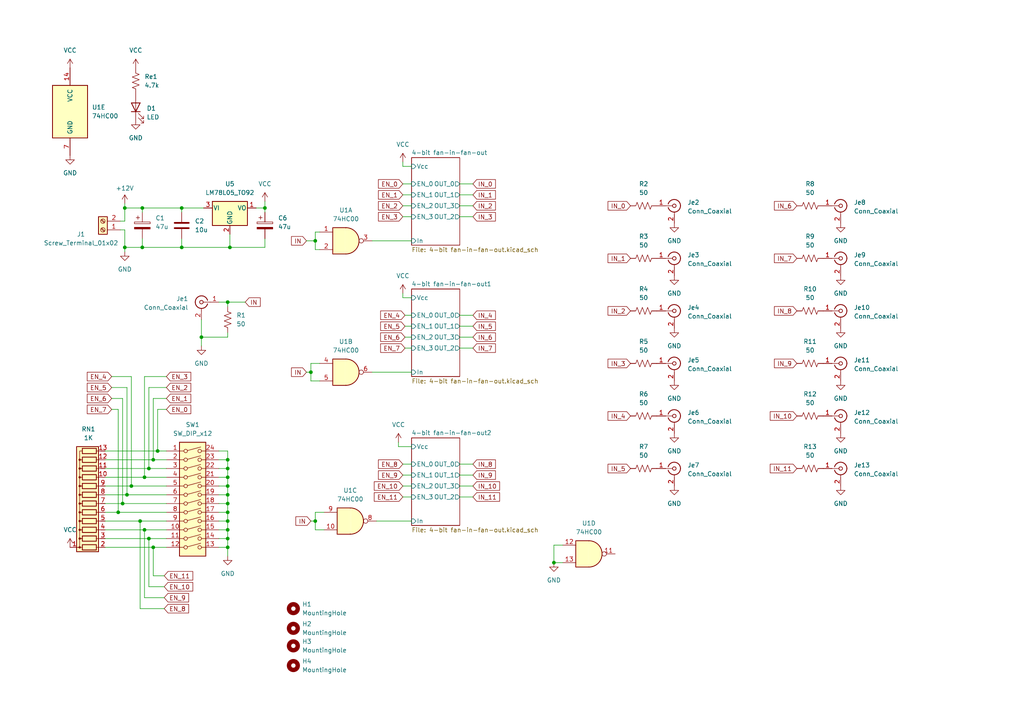
<source format=kicad_sch>
(kicad_sch (version 20230121) (generator eeschema)
  (paper "A4")
  (title_block (title "PICO500 Muon Veto LED driver Fan-in-fan-out") (date "2024-02-07") (rev "1") (company "Queen's University") (comment 1 "Author: Hector Hawley Herrera"))
  (lib_symbols
    (symbol "74xx:74HC00" (pin_names (offset 1.016))
      (property "Reference" "U" (at 0 1.27 0))
      (property "Value" "74HC00" (at 0 -1.27 0))
      (symbol "74HC00_1_1"
        (pin input line (at -7.62 2.54 0) (length 3.81) (name "~") (number "1"))
        (pin input line (at -7.62 -2.54 0) (length 3.81) (name "~") (number "2"))
        (pin output inverted (at 7.62 0 180) (length 3.81) (name "~") (number "3"))
      )
      (symbol "74HC00_1_2"
        (pin input inverted (at -7.62 2.54 0) (length 4.318) (name "~") (number "1"))
        (pin input inverted (at -7.62 -2.54 0) (length 4.318) (name "~") (number "2"))
        (pin output line (at 7.62 0 180) (length 3.81) (name "~") (number "3"))
      )
      (symbol "74HC00_2_1"
        (pin input line (at -7.62 2.54 0) (length 3.81) (name "~") (number "4"))
        (pin input line (at -7.62 -2.54 0) (length 3.81) (name "~") (number "5"))
        (pin output inverted (at 7.62 0 180) (length 3.81) (name "~") (number "6"))
      )
      (symbol "74HC00_2_2"
        (pin input inverted (at -7.62 2.54 0) (length 4.318) (name "~") (number "4"))
        (pin input inverted (at -7.62 -2.54 0) (length 4.318) (name "~") (number "5"))
        (pin output line (at 7.62 0 180) (length 3.81) (name "~") (number "6"))
      )
      (symbol "74HC00_3_1"
        (pin input line (at -7.62 -2.54 0) (length 3.81) (name "~") (number "10"))
        (pin output inverted (at 7.62 0 180) (length 3.81) (name "~") (number "8"))
        (pin input line (at -7.62 2.54 0) (length 3.81) (name "~") (number "9"))
      )
      (symbol "74HC00_3_2"
        (pin input inverted (at -7.62 -2.54 0) (length 4.318) (name "~") (number "10"))
        (pin output line (at 7.62 0 180) (length 3.81) (name "~") (number "8"))
        (pin input inverted (at -7.62 2.54 0) (length 4.318) (name "~") (number "9"))
      )
      (symbol "74HC00_4_1"
        (pin output inverted (at 7.62 0 180) (length 3.81) (name "~") (number "11"))
        (pin input line (at -7.62 2.54 0) (length 3.81) (name "~") (number "12"))
        (pin input line (at -7.62 -2.54 0) (length 3.81) (name "~") (number "13"))
      )
      (symbol "74HC00_4_2"
        (pin output line (at 7.62 0 180) (length 3.81) (name "~") (number "11"))
        (pin input inverted (at -7.62 2.54 0) (length 4.318) (name "~") (number "12"))
        (pin input inverted (at -7.62 -2.54 0) (length 4.318) (name "~") (number "13"))
      )
      (symbol "74HC00_5_0"
        (pin power_in line (at 0 12.7 270) (length 5.08) (name "VCC") (number "14"))
        (pin power_in line (at 0 -12.7 90) (length 5.08) (name "GND") (number "7"))
      )
    )
    (symbol "Connector:Conn_Coaxial" (pin_names (offset 1.016) hide)
      (property "Reference" "J" (at 0.254 3.048 0))
      (property "Value" "Conn_Coaxial" (at 2.921 0 90))
      (symbol "Conn_Coaxial_1_1"
        (pin passive line (at -5.08 0 0) (length 2.54) (name "In") (number "1"))
        (pin passive line (at 0 -5.08 90) (length 2.54) (name "Ext") (number "2"))
      )
    )
    (symbol "Connector:Screw_Terminal_01x02" (pin_names (offset 1.016) hide)
      (property "Reference" "J" (at 0 2.54 0))
      (property "Value" "Screw_Terminal_01x02" (at 0 -5.08 0))
      (symbol "Screw_Terminal_01x02_1_1"
        (pin passive line (at -5.08 0 0) (length 3.81) (name "Pin_1") (number "1"))
        (pin passive line (at -5.08 -2.54 0) (length 3.81) (name "Pin_2") (number "2"))
      )
    )
    (symbol "Device:C" (pin_numbers hide) (pin_names (offset 0.254))
      (property "Reference" "C" (at 0.635 2.54 0))
      (property "Value" "C" (at 0.635 -2.54 0))
      (symbol "C_1_1"
        (pin passive line (at 0 3.81 270) (length 2.794) (name "~") (number "1"))
        (pin passive line (at 0 -3.81 90) (length 2.794) (name "~") (number "2"))
      )
    )
    (symbol "Device:C_Polarized" (pin_numbers hide) (pin_names (offset 0.254))
      (property "Reference" "C" (at 0.635 2.54 0))
      (property "Value" "C_Polarized" (at 0.635 -2.54 0))
      (symbol "C_Polarized_1_1"
        (pin passive line (at 0 3.81 270) (length 2.794) (name "~") (number "1"))
        (pin passive line (at 0 -3.81 90) (length 2.794) (name "~") (number "2"))
      )
    )
    (symbol "Device:LED" (pin_numbers hide) (pin_names (offset 1.016) hide)
      (property "Reference" "D" (at 0 2.54 0))
      (property "Value" "LED" (at 0 -2.54 0))
      (symbol "LED_1_1"
        (pin passive line (at -3.81 0 0) (length 2.54) (name "K") (number "1"))
        (pin passive line (at 3.81 0 180) (length 2.54) (name "A") (number "2"))
      )
    )
    (symbol "Device:R_Network12" (pin_names (offset 0) hide)
      (property "Reference" "RN" (at -17.78 0 90))
      (property "Value" "R_Network12" (at 15.24 0 90))
      (symbol "R_Network12_1_1"
        (pin passive line (at -15.24 5.08 270) (length 2.54) (name "common") (number "1"))
        (pin passive line (at 5.08 -5.08 90) (length 1.27) (name "R9") (number "10"))
        (pin passive line (at 7.62 -5.08 90) (length 1.27) (name "R10") (number "11"))
        (pin passive line (at 10.16 -5.08 90) (length 1.27) (name "R11") (number "12"))
        (pin passive line (at 12.7 -5.08 90) (length 1.27) (name "R12") (number "13"))
        (pin passive line (at -15.24 -5.08 90) (length 1.27) (name "R1") (number "2"))
        (pin passive line (at -12.7 -5.08 90) (length 1.27) (name "R2") (number "3"))
        (pin passive line (at -10.16 -5.08 90) (length 1.27) (name "R3") (number "4"))
        (pin passive line (at -7.62 -5.08 90) (length 1.27) (name "R4") (number "5"))
        (pin passive line (at -5.08 -5.08 90) (length 1.27) (name "R5") (number "6"))
        (pin passive line (at -2.54 -5.08 90) (length 1.27) (name "R6") (number "7"))
        (pin passive line (at 0 -5.08 90) (length 1.27) (name "R7") (number "8"))
        (pin passive line (at 2.54 -5.08 90) (length 1.27) (name "R8") (number "9"))
      )
    )
    (symbol "Device:R_US" (pin_numbers hide) (pin_names (offset 0))
      (property "Reference" "R" (at 2.54 0 90))
      (property "Value" "R_US" (at -2.54 0 90))
      (symbol "R_US_1_1"
        (pin passive line (at 0 3.81 270) (length 1.27) (name "~") (number "1"))
        (pin passive line (at 0 -3.81 90) (length 1.27) (name "~") (number "2"))
      )
    )
    (symbol "Mechanical:MountingHole" (pin_names (offset 1.016))
      (property "Reference" "H" (at 0 5.08 0))
      (property "Value" "MountingHole" (at 0 3.175 0))
    )
    (symbol "Regulator_Linear:LM78L05_TO92" (pin_names (offset 0.254))
      (property "Reference" "U" (at -3.81 3.175 0))
      (property "Value" "LM78L05_TO92" (at 0 3.175 0))
      (symbol "LM78L05_TO92_1_1"
        (pin power_out line (at 7.62 0 180) (length 2.54) (name "VO") (number "1"))
        (pin power_in line (at 0 -7.62 90) (length 2.54) (name "GND") (number "2"))
        (pin power_in line (at -7.62 0 0) (length 2.54) (name "VI") (number "3"))
      )
    )
    (symbol "Switch:SW_DIP_x12" (pin_names (offset 0) hide)
      (property "Reference" "SW" (at 0 19.05 0))
      (property "Value" "SW_DIP_x12" (at 0 -16.51 0))
      (symbol "SW_DIP_x12_1_1"
        (pin passive line (at -7.62 15.24 0) (length 5.08) (name "~") (number "1"))
        (pin passive line (at -7.62 -7.62 0) (length 5.08) (name "~") (number "10"))
        (pin passive line (at -7.62 -10.16 0) (length 5.08) (name "~") (number "11"))
        (pin passive line (at -7.62 -12.7 0) (length 5.08) (name "~") (number "12"))
        (pin passive line (at 7.62 -12.7 180) (length 5.08) (name "~") (number "13"))
        (pin passive line (at 7.62 -10.16 180) (length 5.08) (name "~") (number "14"))
        (pin passive line (at 7.62 -7.62 180) (length 5.08) (name "~") (number "15"))
        (pin passive line (at 7.62 -5.08 180) (length 5.08) (name "~") (number "16"))
        (pin passive line (at 7.62 -2.54 180) (length 5.08) (name "~") (number "17"))
        (pin passive line (at 7.62 0 180) (length 5.08) (name "~") (number "18"))
        (pin passive line (at 7.62 2.54 180) (length 5.08) (name "~") (number "19"))
        (pin passive line (at -7.62 12.7 0) (length 5.08) (name "~") (number "2"))
        (pin passive line (at 7.62 5.08 180) (length 5.08) (name "~") (number "20"))
        (pin passive line (at 7.62 7.62 180) (length 5.08) (name "~") (number "21"))
        (pin passive line (at 7.62 10.16 180) (length 5.08) (name "~") (number "22"))
        (pin passive line (at 7.62 12.7 180) (length 5.08) (name "~") (number "23"))
        (pin passive line (at 7.62 15.24 180) (length 5.08) (name "~") (number "24"))
        (pin passive line (at -7.62 10.16 0) (length 5.08) (name "~") (number "3"))
        (pin passive line (at -7.62 7.62 0) (length 5.08) (name "~") (number "4"))
        (pin passive line (at -7.62 5.08 0) (length 5.08) (name "~") (number "5"))
        (pin passive line (at -7.62 2.54 0) (length 5.08) (name "~") (number "6"))
        (pin passive line (at -7.62 0 0) (length 5.08) (name "~") (number "7"))
        (pin passive line (at -7.62 -2.54 0) (length 5.08) (name "~") (number "8"))
        (pin passive line (at -7.62 -5.08 0) (length 5.08) (name "~") (number "9"))
      )
    )
    (symbol "power:+12V" (power) (pin_names (offset 0))
      (property "Value" "+12V" (at 0 3.556 0))
      (symbol "+12V_1_1"
        (pin power_in line (at 0 0 90) (length 0) hide (name "+12V") (number "1"))
      )
    )
    (symbol "power:GND" (power) (pin_names (offset 0))
      (property "Value" "GND" (at 0 -3.81 0))
      (symbol "GND_1_1"
        (pin power_in line (at 0 0 270) (length 0) hide (name "GND") (number "1"))
      )
    )
    (symbol "power:VCC" (power) (pin_names (offset 0))
      (property "Value" "VCC" (at 0 3.81 0))
      (symbol "VCC_1_1"
        (pin power_in line (at 0 0 90) (length 0) hide (name "VCC") (number "1"))
      )
    )
  )
  (junction (at 41.91 153.67))
  (junction (at 66.04 87.63))
  (junction (at 90.17 107.95))
  (junction (at 36.83 143.51))
  (junction (at 35.56 146.05))
  (junction (at 66.675 71.755))
  (junction (at 52.705 71.755))
  (junction (at 41.275 60.325))
  (junction (at 41.91 138.43))
  (junction (at 40.64 151.13))
  (junction (at 66.04 158.75))
  (junction (at 66.04 138.43))
  (junction (at 36.195 60.325))
  (junction (at 66.04 151.13))
  (junction (at 66.04 135.89))
  (junction (at 43.18 156.21))
  (junction (at 45.72 130.81))
  (junction (at 41.275 71.755))
  (junction (at 66.04 153.67))
  (junction (at 43.18 135.89))
  (junction (at 34.29 148.59))
  (junction (at 36.195 71.755))
  (junction (at 66.04 143.51))
  (junction (at 160.655 163.195))
  (junction (at 76.835 60.325))
  (junction (at 38.1 140.97))
  (junction (at 91.44 151.13))
  (junction (at 66.04 133.35))
  (junction (at 66.04 146.05))
  (junction (at 52.705 60.325))
  (junction (at 66.04 148.59))
  (junction (at 44.45 158.75))
  (junction (at 91.44 69.85))
  (junction (at 44.45 133.35))
  (junction (at 66.04 156.21))
  (junction (at 58.42 97.79))
  (junction (at 66.04 140.97))
  (wire (pts (xy 30.48 130.81) (xy 45.72 130.81)))
  (wire (pts (xy 91.44 148.59) (xy 91.44 151.13)))
  (wire (pts (xy 38.1 109.22) (xy 38.1 140.97)))
  (wire (pts (xy 30.48 156.21) (xy 43.18 156.21)))
  (wire (pts (xy 93.98 153.67) (xy 91.44 153.67)))
  (wire (pts (xy 66.04 148.59) (xy 66.04 146.05)))
  (wire (pts (xy 66.675 71.755) (xy 76.835 71.755)))
  (wire (pts (xy 116.84 137.795) (xy 119.38 137.795)))
  (wire (pts (xy 58.42 92.71) (xy 58.42 97.79)))
  (wire (pts (xy 44.45 158.75) (xy 48.26 158.75)))
  (wire (pts (xy 36.83 112.395) (xy 36.83 143.51)))
  (wire (pts (xy 47.625 170.18) (xy 43.18 170.18)))
  (wire (pts (xy 66.04 140.97) (xy 66.04 138.43)))
  (wire (pts (xy 63.5 148.59) (xy 66.04 148.59)))
  (wire (pts (xy 63.5 130.81) (xy 66.04 130.81)))
  (wire (pts (xy 88.9 69.85) (xy 91.44 69.85)))
  (wire (pts (xy 116.84 59.69) (xy 119.38 59.69)))
  (wire (pts (xy 41.275 71.755) (xy 52.705 71.755)))
  (wire (pts (xy 133.35 56.515) (xy 137.16 56.515)))
  (wire (pts (xy 30.48 146.05) (xy 35.56 146.05)))
  (wire (pts (xy 66.04 135.89) (xy 66.04 133.35)))
  (wire (pts (xy 30.48 148.59) (xy 34.29 148.59)))
  (wire (pts (xy 76.835 69.215) (xy 76.835 71.755)))
  (wire (pts (xy 66.04 138.43) (xy 66.04 135.89)))
  (wire (pts (xy 48.26 146.05) (xy 35.56 146.05)))
  (wire (pts (xy 63.5 156.21) (xy 66.04 156.21)))
  (wire (pts (xy 63.5 158.75) (xy 66.04 158.75)))
  (wire (pts (xy 76.835 60.325) (xy 76.835 61.595)))
  (wire (pts (xy 63.5 151.13) (xy 66.04 151.13)))
  (wire (pts (xy 30.48 133.35) (xy 44.45 133.35)))
  (wire (pts (xy 90.17 151.13) (xy 91.44 151.13)))
  (wire (pts (xy 44.45 158.75) (xy 44.45 167.005)))
  (wire (pts (xy 115.57 129.54) (xy 119.38 129.54)))
  (wire (pts (xy 32.385 118.745) (xy 34.29 118.745)))
  (wire (pts (xy 41.275 60.325) (xy 36.195 60.325)))
  (wire (pts (xy 116.84 144.145) (xy 119.38 144.145)))
  (wire (pts (xy 116.84 62.865) (xy 119.38 62.865)))
  (wire (pts (xy 91.44 69.85) (xy 91.44 67.31)))
  (wire (pts (xy 44.45 115.57) (xy 48.26 115.57)))
  (wire (pts (xy 41.91 109.22) (xy 48.26 109.22)))
  (wire (pts (xy 91.44 72.39) (xy 91.44 69.85)))
  (wire (pts (xy 133.35 97.79) (xy 137.16 97.79)))
  (wire (pts (xy 63.5 135.89) (xy 66.04 135.89)))
  (wire (pts (xy 133.35 140.97) (xy 137.16 140.97)))
  (wire (pts (xy 63.5 140.97) (xy 66.04 140.97)))
  (wire (pts (xy 30.48 158.75) (xy 44.45 158.75)))
  (wire (pts (xy 90.17 105.41) (xy 92.71 105.41)))
  (wire (pts (xy 92.71 110.49) (xy 90.17 110.49)))
  (wire (pts (xy 91.44 151.13) (xy 91.44 153.67)))
  (wire (pts (xy 117.475 97.79) (xy 119.38 97.79)))
  (wire (pts (xy 66.04 151.13) (xy 66.04 148.59)))
  (wire (pts (xy 41.91 153.67) (xy 48.26 153.67)))
  (wire (pts (xy 44.45 115.57) (xy 44.45 133.35)))
  (wire (pts (xy 66.04 146.05) (xy 66.04 143.51)))
  (wire (pts (xy 66.04 133.35) (xy 66.04 130.81)))
  (wire (pts (xy 109.22 151.13) (xy 119.38 151.13)))
  (wire (pts (xy 66.04 87.63) (xy 71.12 87.63)))
  (wire (pts (xy 38.1 140.97) (xy 48.26 140.97)))
  (wire (pts (xy 66.04 161.29) (xy 66.04 158.75)))
  (wire (pts (xy 117.475 91.44) (xy 119.38 91.44)))
  (wire (pts (xy 52.705 60.325) (xy 59.055 60.325)))
  (wire (pts (xy 36.195 59.055) (xy 36.195 60.325)))
  (wire (pts (xy 66.04 158.75) (xy 66.04 156.21)))
  (wire (pts (xy 36.195 71.755) (xy 36.195 73.025)))
  (wire (pts (xy 115.57 128.27) (xy 115.57 129.54)))
  (wire (pts (xy 44.45 133.35) (xy 48.26 133.35)))
  (wire (pts (xy 45.72 130.81) (xy 48.26 130.81)))
  (wire (pts (xy 36.195 66.675) (xy 36.195 71.755)))
  (wire (pts (xy 116.84 48.26) (xy 116.84 46.99)))
  (wire (pts (xy 41.275 69.215) (xy 41.275 71.755)))
  (wire (pts (xy 48.26 112.395) (xy 43.18 112.395)))
  (wire (pts (xy 41.91 153.67) (xy 41.91 173.355)))
  (wire (pts (xy 41.275 61.595) (xy 41.275 60.325)))
  (wire (pts (xy 36.195 60.325) (xy 36.195 64.135)))
  (wire (pts (xy 34.925 66.675) (xy 36.195 66.675)))
  (wire (pts (xy 34.29 148.59) (xy 48.26 148.59)))
  (wire (pts (xy 32.385 115.57) (xy 35.56 115.57)))
  (wire (pts (xy 30.48 151.13) (xy 40.64 151.13)))
  (wire (pts (xy 41.275 60.325) (xy 52.705 60.325)))
  (wire (pts (xy 88.9 107.95) (xy 90.17 107.95)))
  (wire (pts (xy 43.18 135.89) (xy 48.26 135.89)))
  (wire (pts (xy 133.35 137.795) (xy 137.16 137.795)))
  (wire (pts (xy 30.48 140.97) (xy 38.1 140.97)))
  (wire (pts (xy 91.44 148.59) (xy 93.98 148.59)))
  (wire (pts (xy 163.195 158.115) (xy 160.655 158.115)))
  (wire (pts (xy 40.64 151.13) (xy 48.26 151.13)))
  (wire (pts (xy 32.385 112.395) (xy 36.83 112.395)))
  (wire (pts (xy 63.5 138.43) (xy 66.04 138.43)))
  (wire (pts (xy 76.835 60.325) (xy 74.295 60.325)))
  (wire (pts (xy 30.48 135.89) (xy 43.18 135.89)))
  (wire (pts (xy 116.84 134.62) (xy 119.38 134.62)))
  (wire (pts (xy 30.48 143.51) (xy 36.83 143.51)))
  (wire (pts (xy 47.625 173.355) (xy 41.91 173.355)))
  (wire (pts (xy 91.44 67.31) (xy 92.71 67.31)))
  (wire (pts (xy 36.195 64.135) (xy 34.925 64.135)))
  (wire (pts (xy 58.42 97.79) (xy 66.04 97.79)))
  (wire (pts (xy 32.385 109.22) (xy 38.1 109.22)))
  (wire (pts (xy 116.84 48.26) (xy 119.38 48.26)))
  (wire (pts (xy 34.29 118.745) (xy 34.29 148.59)))
  (wire (pts (xy 116.84 56.515) (xy 119.38 56.515)))
  (wire (pts (xy 107.95 107.95) (xy 119.38 107.95)))
  (wire (pts (xy 48.26 156.21) (xy 43.18 156.21)))
  (wire (pts (xy 66.04 87.63) (xy 66.04 88.9)))
  (wire (pts (xy 133.35 53.34) (xy 137.16 53.34)))
  (wire (pts (xy 116.84 85.09) (xy 116.84 86.36)))
  (wire (pts (xy 41.91 138.43) (xy 48.26 138.43)))
  (wire (pts (xy 133.35 59.69) (xy 137.16 59.69)))
  (wire (pts (xy 41.91 109.22) (xy 41.91 138.43)))
  (wire (pts (xy 45.72 118.745) (xy 45.72 130.81)))
  (wire (pts (xy 45.72 118.745) (xy 48.26 118.745)))
  (wire (pts (xy 133.35 62.865) (xy 137.16 62.865)))
  (wire (pts (xy 66.675 67.945) (xy 66.675 71.755)))
  (wire (pts (xy 116.84 140.97) (xy 119.38 140.97)))
  (wire (pts (xy 160.655 163.195) (xy 163.195 163.195)))
  (wire (pts (xy 160.655 158.115) (xy 160.655 163.195)))
  (wire (pts (xy 133.35 134.62) (xy 137.16 134.62)))
  (wire (pts (xy 107.95 69.85) (xy 119.38 69.85)))
  (wire (pts (xy 52.705 69.215) (xy 52.705 71.755)))
  (wire (pts (xy 63.5 143.51) (xy 66.04 143.51)))
  (wire (pts (xy 44.45 167.005) (xy 47.625 167.005)))
  (wire (pts (xy 63.5 87.63) (xy 66.04 87.63)))
  (wire (pts (xy 63.5 133.35) (xy 66.04 133.35)))
  (wire (pts (xy 66.04 153.67) (xy 66.04 151.13)))
  (wire (pts (xy 133.35 94.615) (xy 137.16 94.615)))
  (wire (pts (xy 116.84 53.34) (xy 119.38 53.34)))
  (wire (pts (xy 52.705 71.755) (xy 66.675 71.755)))
  (wire (pts (xy 133.35 100.965) (xy 137.16 100.965)))
  (wire (pts (xy 116.84 86.36) (xy 119.38 86.36)))
  (wire (pts (xy 66.04 156.21) (xy 66.04 153.67)))
  (wire (pts (xy 63.5 153.67) (xy 66.04 153.67)))
  (wire (pts (xy 41.275 71.755) (xy 36.195 71.755)))
  (wire (pts (xy 92.71 72.39) (xy 91.44 72.39)))
  (wire (pts (xy 133.35 91.44) (xy 137.16 91.44)))
  (wire (pts (xy 90.17 110.49) (xy 90.17 107.95)))
  (wire (pts (xy 90.17 107.95) (xy 90.17 105.41)))
  (wire (pts (xy 30.48 138.43) (xy 41.91 138.43)))
  (wire (pts (xy 76.835 58.42) (xy 76.835 60.325)))
  (wire (pts (xy 117.475 94.615) (xy 119.38 94.615)))
  (wire (pts (xy 43.18 156.21) (xy 43.18 170.18)))
  (wire (pts (xy 43.18 112.395) (xy 43.18 135.89)))
  (wire (pts (xy 66.04 143.51) (xy 66.04 140.97)))
  (wire (pts (xy 35.56 115.57) (xy 35.56 146.05)))
  (wire (pts (xy 48.26 143.51) (xy 36.83 143.51)))
  (wire (pts (xy 52.705 61.595) (xy 52.705 60.325)))
  (wire (pts (xy 63.5 146.05) (xy 66.04 146.05)))
  (wire (pts (xy 40.64 151.13) (xy 40.64 176.53)))
  (wire (pts (xy 133.35 144.145) (xy 137.16 144.145)))
  (wire (pts (xy 30.48 153.67) (xy 41.91 153.67)))
  (wire (pts (xy 66.04 96.52) (xy 66.04 97.79)))
  (wire (pts (xy 117.475 100.965) (xy 119.38 100.965)))
  (wire (pts (xy 47.625 176.53) (xy 40.64 176.53)))
  (wire (pts (xy 58.42 97.79) (xy 58.42 100.33)))
  (global_label "EN_5" (shape input) (at 32.385 112.395 180) (property "Intersheetrefs" "${INTERSHEET_REFS}" (effects hide)))
  (global_label "EN_6" (shape input) (at 32.385 115.57 180) (property "Intersheetrefs" "${INTERSHEET_REFS}" (effects hide)))
  (global_label "EN_7" (shape input) (at 117.475 100.965 180) (property "Intersheetrefs" "${INTERSHEET_REFS}" (effects hide)))
  (global_label "IN_2" (shape input) (at 182.88 90.17 180) (property "Intersheetrefs" "${INTERSHEET_REFS}" (effects hide)))
  (global_label "IN_5" (shape input) (at 182.88 135.89 180) (property "Intersheetrefs" "${INTERSHEET_REFS}" (effects hide)))
  (global_label "IN_4" (shape input) (at 182.88 120.65 180) (property "Intersheetrefs" "${INTERSHEET_REFS}" (effects hide)))
  (global_label "IN" (shape input) (at 90.17 151.13 180) (property "Intersheetrefs" "${INTERSHEET_REFS}" (effects hide)))
  (global_label "IN" (shape input) (at 71.12 87.63 0) (property "Intersheetrefs" "${INTERSHEET_REFS}" (effects hide)))
  (global_label "IN_0" (shape input) (at 182.88 59.69 180) (property "Intersheetrefs" "${INTERSHEET_REFS}" (effects hide)))
  (global_label "IN_9" (shape input) (at 231.14 105.41 180) (property "Intersheetrefs" "${INTERSHEET_REFS}" (effects hide)))
  (global_label "EN_11" (shape input) (at 116.84 144.145 180) (property "Intersheetrefs" "${INTERSHEET_REFS}" (effects hide)))
  (global_label "IN_11" (shape input) (at 231.14 135.89 180) (property "Intersheetrefs" "${INTERSHEET_REFS}" (effects hide)))
  (global_label "IN_7" (shape input) (at 231.14 74.93 180) (property "Intersheetrefs" "${INTERSHEET_REFS}" (effects hide)))
  (global_label "IN_7" (shape input) (at 137.16 100.965 0) (property "Intersheetrefs" "${INTERSHEET_REFS}" (effects hide)))
  (global_label "IN_8" (shape input) (at 137.16 134.62 0) (property "Intersheetrefs" "${INTERSHEET_REFS}" (effects hide)))
  (global_label "EN_6" (shape input) (at 117.475 97.79 180) (property "Intersheetrefs" "${INTERSHEET_REFS}" (effects hide)))
  (global_label "EN_2" (shape input) (at 48.26 112.395 0) (property "Intersheetrefs" "${INTERSHEET_REFS}" (effects hide)))
  (global_label "IN_1" (shape input) (at 137.16 56.515 0) (property "Intersheetrefs" "${INTERSHEET_REFS}" (effects hide)))
  (global_label "IN_6" (shape input) (at 231.14 59.69 180) (property "Intersheetrefs" "${INTERSHEET_REFS}" (effects hide)))
  (global_label "IN_2" (shape input) (at 137.16 59.69 0) (property "Intersheetrefs" "${INTERSHEET_REFS}" (effects hide)))
  (global_label "EN_4" (shape input) (at 117.475 91.44 180) (property "Intersheetrefs" "${INTERSHEET_REFS}" (effects hide)))
  (global_label "IN_10" (shape input) (at 231.14 120.65 180) (property "Intersheetrefs" "${INTERSHEET_REFS}" (effects hide)))
  (global_label "EN_3" (shape input) (at 116.84 62.865 180) (property "Intersheetrefs" "${INTERSHEET_REFS}" (effects hide)))
  (global_label "IN_8" (shape input) (at 231.14 90.17 180) (property "Intersheetrefs" "${INTERSHEET_REFS}" (effects hide)))
  (global_label "IN_3" (shape input) (at 137.16 62.865 0) (property "Intersheetrefs" "${INTERSHEET_REFS}" (effects hide)))
  (global_label "IN" (shape input) (at 88.9 107.95 180) (property "Intersheetrefs" "${INTERSHEET_REFS}" (effects hide)))
  (global_label "EN_3" (shape input) (at 48.26 109.22 0) (property "Intersheetrefs" "${INTERSHEET_REFS}" (effects hide)))
  (global_label "EN_4" (shape input) (at 32.385 109.22 180) (property "Intersheetrefs" "${INTERSHEET_REFS}" (effects hide)))
  (global_label "IN_6" (shape input) (at 137.16 97.79 0) (property "Intersheetrefs" "${INTERSHEET_REFS}" (effects hide)))
  (global_label "EN_0" (shape input) (at 116.84 53.34 180) (property "Intersheetrefs" "${INTERSHEET_REFS}" (effects hide)))
  (global_label "EN_2" (shape input) (at 116.84 59.69 180) (property "Intersheetrefs" "${INTERSHEET_REFS}" (effects hide)))
  (global_label "EN_8" (shape input) (at 47.625 176.53 0) (property "Intersheetrefs" "${INTERSHEET_REFS}" (effects hide)))
  (global_label "EN_0" (shape input) (at 48.26 118.745 0) (property "Intersheetrefs" "${INTERSHEET_REFS}" (effects hide)))
  (global_label "EN_10" (shape input) (at 47.625 170.18 0) (property "Intersheetrefs" "${INTERSHEET_REFS}" (effects hide)))
  (global_label "EN_11" (shape input) (at 47.625 167.005 0) (property "Intersheetrefs" "${INTERSHEET_REFS}" (effects hide)))
  (global_label "EN_5" (shape input) (at 117.475 94.615 180) (property "Intersheetrefs" "${INTERSHEET_REFS}" (effects hide)))
  (global_label "EN_8" (shape input) (at 116.84 134.62 180) (property "Intersheetrefs" "${INTERSHEET_REFS}" (effects hide)))
  (global_label "EN_1" (shape input) (at 116.84 56.515 180) (property "Intersheetrefs" "${INTERSHEET_REFS}" (effects hide)))
  (global_label "IN_10" (shape input) (at 137.16 140.97 0) (property "Intersheetrefs" "${INTERSHEET_REFS}" (effects hide)))
  (global_label "IN_11" (shape input) (at 137.16 144.145 0) (property "Intersheetrefs" "${INTERSHEET_REFS}" (effects hide)))
  (global_label "IN_0" (shape input) (at 137.16 53.34 0) (property "Intersheetrefs" "${INTERSHEET_REFS}" (effects hide)))
  (global_label "IN" (shape input) (at 88.9 69.85 180) (property "Intersheetrefs" "${INTERSHEET_REFS}" (effects hide)))
  (global_label "IN_9" (shape input) (at 137.16 137.795 0) (property "Intersheetrefs" "${INTERSHEET_REFS}" (effects hide)))
  (global_label "IN_3" (shape input) (at 182.88 105.41 180) (property "Intersheetrefs" "${INTERSHEET_REFS}" (effects hide)))
  (global_label "EN_9" (shape input) (at 116.84 137.795 180) (property "Intersheetrefs" "${INTERSHEET_REFS}" (effects hide)))
  (global_label "EN_10" (shape input) (at 116.84 140.97 180) (property "Intersheetrefs" "${INTERSHEET_REFS}" (effects hide)))
  (global_label "EN_7" (shape input) (at 32.385 118.745 180) (property "Intersheetrefs" "${INTERSHEET_REFS}" (effects hide)))
  (global_label "IN_1" (shape input) (at 182.88 74.93 180) (property "Intersheetrefs" "${INTERSHEET_REFS}" (effects hide)))
  (global_label "EN_1" (shape input) (at 48.26 115.57 0) (property "Intersheetrefs" "${INTERSHEET_REFS}" (effects hide)))
  (global_label "EN_9" (shape input) (at 47.625 173.355 0) (property "Intersheetrefs" "${INTERSHEET_REFS}" (effects hide)))
  (global_label "IN_5" (shape input) (at 137.16 94.615 0) (property "Intersheetrefs" "${INTERSHEET_REFS}" (effects hide)))
  (global_label "IN_4" (shape input) (at 137.16 91.44 0) (property "Intersheetrefs" "${INTERSHEET_REFS}" (effects hide)))
  (symbol (lib_id "power:GND") (at 195.58 140.97 0) (unit 1)
    (property "Reference" "#PWR019" (effects hide))
    (property "Value" "GND" (at 195.58 146.05 0))
  )
  (symbol (lib_id "Device:R_US") (at 234.95 120.65 90) (unit 1)
    (property "Reference" "R12" (at 234.95 114.3 90))
    (property "Value" "50" (at 234.95 116.84 90))
    (property "Footprint" "Resistor_SMD:R_1206_3216Metric_Pad1.30x1.75mm_HandSolder" (effects hide))
  )
  (symbol (lib_id "Mechanical:MountingHole") (at 85.09 187.325 0) (unit 1)
    (property "Reference" "H3" (at 87.63 186.055 0) (effects (justify left)))
    (property "Value" "MountingHole" (at 87.63 188.595 0) (effects (justify left)))
    (property "Footprint" "MountingHole:MountingHole_3.2mm_M3_ISO7380" (effects hide))
  )
  (symbol (lib_id "Device:R_US") (at 186.69 59.69 90) (unit 1)
    (property "Reference" "R2" (at 186.69 53.34 90))
    (property "Value" "50" (at 186.69 55.88 90))
    (property "Footprint" "Resistor_SMD:R_1206_3216Metric_Pad1.30x1.75mm_HandSolder" (effects hide))
  )
  (symbol (lib_id "Device:R_US") (at 234.95 90.17 90) (unit 1)
    (property "Reference" "R10" (at 234.95 83.82 90))
    (property "Value" "50" (at 234.95 86.36 90))
    (property "Footprint" "Resistor_SMD:R_1206_3216Metric_Pad1.30x1.75mm_HandSolder" (effects hide))
  )
  (symbol (lib_id "power:GND") (at 66.04 161.29 0) (unit 1)
    (property "Reference" "#PWR07" (effects hide))
    (property "Value" "GND" (at 66.04 166.37 0))
  )
  (symbol (lib_id "Device:R_US") (at 186.69 74.93 90) (unit 1)
    (property "Reference" "R3" (at 186.69 68.58 90))
    (property "Value" "50" (at 186.69 71.12 90))
    (property "Footprint" "Resistor_SMD:R_1206_3216Metric_Pad1.30x1.75mm_HandSolder" (effects hide))
  )
  (symbol (lib_id "Device:C_Polarized") (at 41.275 65.405 0) (unit 1)
    (property "Reference" "C1" (at 45.085 63.246 0) (effects (justify left)))
    (property "Value" "47u" (at 45.085 65.786 0) (effects (justify left)))
    (property "Footprint" "Capacitor_THT:CP_Radial_D10.0mm_P5.00mm" (effects hide))
  )
  (symbol (lib_id "Mechanical:MountingHole") (at 85.09 193.04 0) (unit 1)
    (property "Reference" "H4" (at 87.63 191.77 0) (effects (justify left)))
    (property "Value" "MountingHole" (at 87.63 194.31 0) (effects (justify left)))
    (property "Footprint" "MountingHole:MountingHole_3.2mm_M3_ISO7380" (effects hide))
  )
  (symbol (lib_id "Device:R_US") (at 186.69 135.89 90) (unit 1)
    (property "Reference" "R7" (at 186.69 129.54 90))
    (property "Value" "50" (at 186.69 132.08 90))
    (property "Footprint" "Resistor_SMD:R_1206_3216Metric_Pad1.30x1.75mm_HandSolder" (effects hide))
  )
  (symbol (lib_id "Connector:Conn_Coaxial") (at 195.58 135.89 0) (unit 1)
    (property "Reference" "Je7" (at 199.39 134.9132 0) (effects (justify left)))
    (property "Value" "Conn_Coaxial" (at 199.39 137.4532 0) (effects (justify left)))
    (property "Footprint" "Connector_Coaxial:SMA_Amphenol_901-143_Horizontal" (effects hide))
    (property "Datasheet" " ~" (effects hide))
  )
  (symbol (lib_id "power:GND") (at 36.195 73.025 0) (unit 1)
    (property "Reference" "#PWR05" (effects hide))
    (property "Value" "GND" (at 36.195 78.105 0))
  )
  (symbol (lib_id "power:GND") (at 243.84 95.25 0) (unit 1)
    (property "Reference" "#PWR022" (effects hide))
    (property "Value" "GND" (at 243.84 100.33 0))
  )
  (symbol (lib_id "power:GND") (at 195.58 80.01 0) (unit 1)
    (property "Reference" "#PWR015" (effects hide))
    (property "Value" "GND" (at 195.58 85.09 0))
  )
  (symbol (lib_id "Connector:Conn_Coaxial") (at 243.84 135.89 0) (unit 1)
    (property "Reference" "Je13" (at 247.65 134.9132 0) (effects (justify left)))
    (property "Value" "Conn_Coaxial" (at 247.65 137.4532 0) (effects (justify left)))
    (property "Footprint" "Connector_Coaxial:SMA_Amphenol_901-143_Horizontal" (effects hide))
    (property "Datasheet" " ~" (effects hide))
  )
  (symbol (lib_id "Connector:Conn_Coaxial") (at 195.58 74.93 0) (unit 1)
    (property "Reference" "Je3" (at 199.39 73.9532 0) (effects (justify left)))
    (property "Value" "Conn_Coaxial" (at 199.39 76.4932 0) (effects (justify left)))
    (property "Footprint" "Connector_Coaxial:SMA_Amphenol_901-143_Horizontal" (effects hide))
    (property "Datasheet" " ~" (effects hide))
  )
  (symbol (lib_id "Connector:Conn_Coaxial") (at 243.84 120.65 0) (unit 1)
    (property "Reference" "Je12" (at 247.65 119.6732 0) (effects (justify left)))
    (property "Value" "Conn_Coaxial" (at 247.65 122.2132 0) (effects (justify left)))
    (property "Footprint" "Connector_Coaxial:SMA_Amphenol_901-143_Horizontal" (effects hide))
    (property "Datasheet" " ~" (effects hide))
  )
  (symbol (lib_id "power:+12V") (at 36.195 59.055 0) (unit 1)
    (property "Reference" "#PWR032" (effects hide))
    (property "Value" "+12V" (at 36.195 54.61 0))
  )
  (symbol (lib_id "Device:R_Network12") (at 25.4 143.51 90) (unit 1)
    (property "Reference" "RN1" (at 25.654 124.46 90))
    (property "Value" "1K" (at 25.654 127 90))
    (property "Footprint" "Resistor_THT:R_Array_SIP13" (effects hide))
    (property "Datasheet" "http://www.vishay.com/docs/31509/csc.pdf" (effects hide))
  )
  (symbol (lib_id "Mechanical:MountingHole") (at 85.09 182.245 0) (unit 1)
    (property "Reference" "H2" (at 87.63 180.975 0) (effects (justify left)))
    (property "Value" "MountingHole" (at 87.63 183.515 0) (effects (justify left)))
    (property "Footprint" "MountingHole:MountingHole_3.2mm_M3_ISO7380" (effects hide))
  )
  (symbol (lib_id "power:GND") (at 195.58 110.49 0) (unit 1)
    (property "Reference" "#PWR017" (effects hide))
    (property "Value" "GND" (at 195.58 115.57 0))
  )
  (symbol (lib_id "power:GND") (at 243.84 80.01 0) (unit 1)
    (property "Reference" "#PWR021" (effects hide))
    (property "Value" "GND" (at 243.84 85.09 0))
  )
  (symbol (lib_id "Device:R_US") (at 186.69 90.17 90) (unit 1)
    (property "Reference" "R4" (at 186.69 83.82 90))
    (property "Value" "50" (at 186.69 86.36 90))
    (property "Footprint" "Resistor_SMD:R_1206_3216Metric_Pad1.30x1.75mm_HandSolder" (effects hide))
  )
  (symbol (lib_id "power:GND") (at 20.32 45.085 0) (unit 1)
    (property "Reference" "#PWR03" (effects hide))
    (property "Value" "GND" (at 20.32 50.165 0))
  )
  (symbol (lib_id "Device:R_US") (at 234.95 105.41 90) (unit 1)
    (property "Reference" "R11" (at 234.95 99.06 90))
    (property "Value" "50" (at 234.95 101.6 90))
    (property "Footprint" "Resistor_SMD:R_1206_3216Metric_Pad1.30x1.75mm_HandSolder" (effects hide))
  )
  (symbol (lib_id "power:VCC") (at 116.84 85.09 0) (unit 1)
    (property "Reference" "#PWR012" (effects hide))
    (property "Value" "VCC" (at 116.84 80.01 0))
  )
  (symbol (lib_id "74xx:74HC00") (at 100.33 107.95 0) (unit 2)
    (property "Reference" "U1" (at 100.3217 99.06 0))
    (property "Value" "74HC00" (at 100.3217 101.6 0))
    (property "Footprint" "Package_DIP:DIP-14_W7.62mm_LongPads" (effects hide))
    (property "Datasheet" "http://www.ti.com/lit/gpn/sn74hc00" (effects hide))
  )
  (symbol (lib_id "power:GND") (at 39.37 34.925 0) (unit 1)
    (property "Reference" "#PWR09" (effects hide))
    (property "Value" "GND" (at 39.37 40.005 0))
  )
  (symbol (lib_id "power:GND") (at 243.84 140.97 0) (unit 1)
    (property "Reference" "#PWR025" (effects hide))
    (property "Value" "GND" (at 243.84 146.05 0))
  )
  (symbol (lib_id "power:VCC") (at 76.835 58.42 0) (unit 1)
    (property "Reference" "#PWR04" (effects hide))
    (property "Value" "VCC" (at 76.835 53.34 0))
  )
  (symbol (lib_id "Connector:Conn_Coaxial") (at 243.84 90.17 0) (unit 1)
    (property "Reference" "Je10" (at 247.65 89.1932 0) (effects (justify left)))
    (property "Value" "Conn_Coaxial" (at 247.65 91.7332 0) (effects (justify left)))
    (property "Footprint" "Connector_Coaxial:SMA_Amphenol_901-143_Horizontal" (effects hide))
    (property "Datasheet" " ~" (effects hide))
  )
  (symbol (lib_id "power:GND") (at 243.84 110.49 0) (unit 1)
    (property "Reference" "#PWR023" (effects hide))
    (property "Value" "GND" (at 243.84 115.57 0))
  )
  (symbol (lib_id "Device:R_US") (at 39.37 23.495 180) (unit 1)
    (property "Reference" "Re1" (at 41.91 22.225 0) (effects (justify right)))
    (property "Value" "4.7k" (at 41.91 24.765 0) (effects (justify right)))
    (property "Footprint" "Resistor_SMD:R_1206_3216Metric_Pad1.30x1.75mm_HandSolder" (effects hide))
  )
  (symbol (lib_id "power:VCC") (at 20.32 19.685 0) (unit 1)
    (property "Reference" "#PWR02" (effects hide))
    (property "Value" "VCC" (at 20.32 14.605 0))
  )
  (symbol (lib_id "Device:R_US") (at 234.95 135.89 90) (unit 1)
    (property "Reference" "R13" (at 234.95 129.54 90))
    (property "Value" "50" (at 234.95 132.08 90))
    (property "Footprint" "Resistor_SMD:R_1206_3216Metric_Pad1.30x1.75mm_HandSolder" (effects hide))
  )
  (symbol (lib_id "Mechanical:MountingHole") (at 85.09 176.53 0) (unit 1)
    (property "Reference" "H1" (at 87.63 175.26 0) (effects (justify left)))
    (property "Value" "MountingHole" (at 87.63 177.8 0) (effects (justify left)))
    (property "Footprint" "MountingHole:MountingHole_3.2mm_M3_ISO7380" (effects hide))
  )
  (symbol (lib_id "74xx:74HC00") (at 170.815 160.655 0) (unit 4)
    (property "Reference" "U1" (at 170.8067 151.765 0))
    (property "Value" "74HC00" (at 170.8067 154.305 0))
    (property "Footprint" "Package_DIP:DIP-14_W7.62mm_LongPads" (effects hide))
    (property "Datasheet" "http://www.ti.com/lit/gpn/sn74hc00" (effects hide))
  )
  (symbol (lib_id "Connector:Conn_Coaxial") (at 58.42 87.63 0) (mirror y) (unit 1)
    (property "Reference" "Je1" (at 54.61 86.6532 0) (effects (justify left)))
    (property "Value" "Conn_Coaxial" (at 54.61 89.1932 0) (effects (justify left)))
    (property "Footprint" "Connector_Coaxial:SMA_Amphenol_901-143_Horizontal" (effects hide))
    (property "Datasheet" " ~" (effects hide))
  )
  (symbol (lib_id "power:GND") (at 243.84 64.77 0) (unit 1)
    (property "Reference" "#PWR020" (effects hide))
    (property "Value" "GND" (at 243.84 69.85 0))
  )
  (symbol (lib_id "power:VCC") (at 39.37 19.685 0) (unit 1)
    (property "Reference" "#PWR08" (effects hide))
    (property "Value" "VCC" (at 39.37 14.605 0))
  )
  (symbol (lib_id "Device:R_US") (at 234.95 74.93 90) (unit 1)
    (property "Reference" "R9" (at 234.95 68.58 90))
    (property "Value" "50" (at 234.95 71.12 90))
    (property "Footprint" "Resistor_SMD:R_1206_3216Metric_Pad1.30x1.75mm_HandSolder" (effects hide))
  )
  (symbol (lib_id "power:GND") (at 243.84 125.73 0) (unit 1)
    (property "Reference" "#PWR024" (effects hide))
    (property "Value" "GND" (at 243.84 130.81 0))
  )
  (symbol (lib_id "Switch:SW_DIP_x12") (at 55.88 146.05 0) (unit 1)
    (property "Reference" "SW1" (at 55.88 123.19 0))
    (property "Value" "SW_DIP_x12" (at 55.88 125.73 0))
    (property "Footprint" "Button_Switch_THT:SW_DIP_SPSTx12_Slide_9.78x32.66mm_W7.62mm_P2.54mm" (effects hide))
  )
  (symbol (lib_id "Connector:Conn_Coaxial") (at 195.58 120.65 0) (unit 1)
    (property "Reference" "Je6" (at 199.39 119.6732 0) (effects (justify left)))
    (property "Value" "Conn_Coaxial" (at 199.39 122.2132 0) (effects (justify left)))
    (property "Footprint" "Connector_Coaxial:SMA_Amphenol_901-143_Horizontal" (effects hide))
    (property "Datasheet" " ~" (effects hide))
  )
  (symbol (lib_id "Device:C_Polarized") (at 76.835 65.405 0) (unit 1)
    (property "Reference" "C6" (at 80.645 63.246 0) (effects (justify left)))
    (property "Value" "47u" (at 80.645 65.786 0) (effects (justify left)))
    (property "Footprint" "Capacitor_THT:CP_Radial_D10.0mm_P5.00mm" (effects hide))
  )
  (symbol (lib_id "Connector:Conn_Coaxial") (at 195.58 105.41 0) (unit 1)
    (property "Reference" "Je5" (at 199.39 104.4332 0) (effects (justify left)))
    (property "Value" "Conn_Coaxial" (at 199.39 106.9732 0) (effects (justify left)))
    (property "Footprint" "Connector_Coaxial:SMA_Amphenol_901-143_Horizontal" (effects hide))
    (property "Datasheet" " ~" (effects hide))
  )
  (symbol (lib_id "Device:R_US") (at 186.69 120.65 90) (unit 1)
    (property "Reference" "R6" (at 186.69 114.3 90))
    (property "Value" "50" (at 186.69 116.84 90))
    (property "Footprint" "Resistor_SMD:R_1206_3216Metric_Pad1.30x1.75mm_HandSolder" (effects hide))
  )
  (symbol (lib_id "Device:R_US") (at 66.04 92.71 180) (unit 1)
    (property "Reference" "R1" (at 68.58 91.44 0) (effects (justify right)))
    (property "Value" "50" (at 68.58 93.98 0) (effects (justify right)))
    (property "Footprint" "Resistor_SMD:R_1206_3216Metric_Pad1.30x1.75mm_HandSolder" (effects hide))
  )
  (symbol (lib_id "Device:R_US") (at 186.69 105.41 90) (unit 1)
    (property "Reference" "R5" (at 186.69 99.06 90))
    (property "Value" "50" (at 186.69 101.6 90))
    (property "Footprint" "Resistor_SMD:R_1206_3216Metric_Pad1.30x1.75mm_HandSolder" (effects hide))
  )
  (symbol (lib_id "Connector:Conn_Coaxial") (at 195.58 59.69 0) (unit 1)
    (property "Reference" "Je2" (at 199.39 58.7132 0) (effects (justify left)))
    (property "Value" "Conn_Coaxial" (at 199.39 61.2532 0) (effects (justify left)))
    (property "Footprint" "Connector_Coaxial:SMA_Amphenol_901-143_Horizontal" (effects hide))
    (property "Datasheet" " ~" (effects hide))
  )
  (symbol (lib_id "power:GND") (at 160.655 163.195 0) (unit 1)
    (property "Reference" "#PWR013" (effects hide))
    (property "Value" "GND" (at 160.655 168.275 0))
  )
  (symbol (lib_id "Connector:Conn_Coaxial") (at 195.58 90.17 0) (unit 1)
    (property "Reference" "Je4" (at 199.39 89.1932 0) (effects (justify left)))
    (property "Value" "Conn_Coaxial" (at 199.39 91.7332 0) (effects (justify left)))
    (property "Footprint" "Connector_Coaxial:SMA_Amphenol_901-143_Horizontal" (effects hide))
    (property "Datasheet" " ~" (effects hide))
  )
  (symbol (lib_id "power:VCC") (at 20.32 158.75 0) (unit 1)
    (property "Reference" "#PWR01" (effects hide))
    (property "Value" "VCC" (at 20.32 153.67 0))
  )
  (symbol (lib_id "power:VCC") (at 115.57 128.27 0) (unit 1)
    (property "Reference" "#PWR010" (effects hide))
    (property "Value" "VCC" (at 115.57 123.19 0))
  )
  (symbol (lib_id "Device:LED") (at 39.37 31.115 90) (unit 1)
    (property "Reference" "D1" (at 42.545 31.4325 90) (effects (justify right)))
    (property "Value" "LED" (at 42.545 33.9725 90) (effects (justify right)))
    (property "Footprint" "LED_THT:LED_D5.0mm_IRGrey" (effects hide))
  )
  (symbol (lib_id "power:GND") (at 58.42 100.33 0) (unit 1)
    (property "Reference" "#PWR06" (effects hide))
    (property "Value" "GND" (at 58.42 105.41 0))
  )
  (symbol (lib_id "Regulator_Linear:LM78L05_TO92") (at 66.675 60.325 0) (unit 1)
    (property "Reference" "U5" (at 66.675 53.34 0))
    (property "Value" "LM78L05_TO92" (at 66.675 55.88 0))
    (property "Footprint" "Package_TO_SOT_THT:TO-92_Inline" (effects hide))
    (property "Datasheet" "https://www.onsemi.com/pub/Collateral/MC78L06A-D.pdf" (effects hide))
  )
  (symbol (lib_id "Connector:Conn_Coaxial") (at 243.84 105.41 0) (unit 1)
    (property "Reference" "Je11" (at 247.65 104.4332 0) (effects (justify left)))
    (property "Value" "Conn_Coaxial" (at 247.65 106.9732 0) (effects (justify left)))
    (property "Footprint" "Connector_Coaxial:SMA_Amphenol_901-143_Horizontal" (effects hide))
    (property "Datasheet" " ~" (effects hide))
  )
  (symbol (lib_id "power:GND") (at 195.58 125.73 0) (unit 1)
    (property "Reference" "#PWR018" (effects hide))
    (property "Value" "GND" (at 195.58 130.81 0))
  )
  (symbol (lib_id "74xx:74HC00") (at 101.6 151.13 0) (unit 3)
    (property "Reference" "U1" (at 101.5917 142.24 0))
    (property "Value" "74HC00" (at 101.5917 144.78 0))
    (property "Footprint" "Package_DIP:DIP-14_W7.62mm_LongPads" (effects hide))
    (property "Datasheet" "http://www.ti.com/lit/gpn/sn74hc00" (effects hide))
  )
  (symbol (lib_id "power:GND") (at 195.58 64.77 0) (unit 1)
    (property "Reference" "#PWR014" (effects hide))
    (property "Value" "GND" (at 195.58 69.85 0))
  )
  (symbol (lib_id "Device:R_US") (at 234.95 59.69 90) (unit 1)
    (property "Reference" "R8" (at 234.95 53.34 90))
    (property "Value" "50" (at 234.95 55.88 90))
    (property "Footprint" "Resistor_SMD:R_1206_3216Metric_Pad1.30x1.75mm_HandSolder" (effects hide))
  )
  (symbol (lib_id "power:GND") (at 195.58 95.25 0) (unit 1)
    (property "Reference" "#PWR016" (effects hide))
    (property "Value" "GND" (at 195.58 100.33 0))
  )
  (symbol (lib_id "power:VCC") (at 116.84 46.99 0) (unit 1)
    (property "Reference" "#PWR011" (effects hide))
    (property "Value" "VCC" (at 116.84 41.91 0))
  )
  (symbol (lib_id "Connector:Conn_Coaxial") (at 243.84 59.69 0) (unit 1)
    (property "Reference" "Je8" (at 247.65 58.7132 0) (effects (justify left)))
    (property "Value" "Conn_Coaxial" (at 247.65 61.2532 0) (effects (justify left)))
    (property "Footprint" "Connector_Coaxial:SMA_Amphenol_901-143_Horizontal" (effects hide))
    (property "Datasheet" " ~" (effects hide))
  )
  (symbol (lib_id "Connector:Conn_Coaxial") (at 243.84 74.93 0) (unit 1)
    (property "Reference" "Je9" (at 247.65 73.9532 0) (effects (justify left)))
    (property "Value" "Conn_Coaxial" (at 247.65 76.4932 0) (effects (justify left)))
    (property "Footprint" "Connector_Coaxial:SMA_Amphenol_901-143_Horizontal" (effects hide))
    (property "Datasheet" " ~" (effects hide))
  )
  (symbol (lib_id "74xx:74HC00") (at 20.32 32.385 0) (unit 5)
    (property "Reference" "U1" (at 26.67 31.115 0) (effects (justify left)))
    (property "Value" "74HC00" (at 26.67 33.655 0) (effects (justify left)))
    (property "Footprint" "Package_DIP:DIP-14_W7.62mm_LongPads" (effects hide))
    (property "Datasheet" "http://www.ti.com/lit/gpn/sn74hc00" (effects hide))
  )
  (symbol (lib_id "Connector:Screw_Terminal_01x02") (at 29.845 66.675 180) (unit 1)
    (property "Reference" "J1" (at 23.495 67.945 0))
    (property "Value" "Screw_Terminal_01x02" (at 23.495 70.485 0))
    (property "Footprint" "TerminalBlock_TE-Connectivity:TerminalBlock_TE_282834-2_1x02_P2.54mm_Horizontal" (effects hide))
  )
  (symbol (lib_id "Device:C") (at 52.705 65.405 0) (unit 1)
    (property "Reference" "C2" (at 56.515 64.135 0) (effects (justify left)))
    (property "Value" "10u" (at 56.515 66.675 0) (effects (justify left)))
    (property "Footprint" "Capacitor_SMD:C_1206_3216Metric_Pad1.33x1.80mm_HandSolder" (effects hide))
  )
  (symbol (lib_id "74xx:74HC00") (at 100.33 69.85 0) (unit 1)
    (property "Reference" "U1" (at 100.3217 60.96 0))
    (property "Value" "74HC00" (at 100.3217 63.5 0))
    (property "Footprint" "Package_DIP:DIP-14_W7.62mm_LongPads" (effects hide))
    (property "Datasheet" "http://www.ti.com/lit/gpn/sn74hc00" (effects hide))
  )
  (sheet (at 119.38 45.72) (size 13.97 25.4) (stroke (width 0.1524))
    (property "Sheetname" "4-bit fan-in-fan-out" (at 119.38 45.0084 0) (effects (justify left bottom)))
    (property "Sheetfile" "4-bit fan-in-fan-out.kicad_sch" (at 119.38 71.7046 0) (effects (justify left top)))
    (pin "Vcc" input (at 119.38 48.26 180))
    (pin "In" input (at 119.38 69.85 180))
    (pin "EN_0" input (at 119.38 53.34 180))
    (pin "EN_1" input (at 119.38 56.515 180))
    (pin "OUT_0" output (at 133.35 53.34 0))
    (pin "OUT_1" output (at 133.35 56.515 0))
    (pin "EN_2" input (at 119.38 59.69 180))
    (pin "EN_3" input (at 119.38 62.865 180))
    (pin "OUT_3" output (at 133.35 59.69 0))
    (pin "OUT_2" output (at 133.35 62.865 0))
  )
  (sheet (at 119.38 83.82) (size 13.97 25.4) (stroke (width 0.1524))
    (property "Sheetname" "4-bit fan-in-fan-out1" (at 119.38 83.1084 0) (effects (justify left bottom)))
    (property "Sheetfile" "4-bit fan-in-fan-out.kicad_sch" (at 119.38 109.8046 0) (effects (justify left top)))
    (pin "Vcc" input (at 119.38 86.36 180))
    (pin "In" input (at 119.38 107.95 180))
    (pin "EN_0" input (at 119.38 91.44 180))
    (pin "EN_1" input (at 119.38 94.615 180))
    (pin "OUT_0" output (at 133.35 91.44 0))
    (pin "OUT_1" output (at 133.35 94.615 0))
    (pin "EN_2" input (at 119.38 97.79 180))
    (pin "EN_3" input (at 119.38 100.965 180))
    (pin "OUT_3" output (at 133.35 97.79 0))
    (pin "OUT_2" output (at 133.35 100.965 0))
  )
  (sheet (at 119.38 127) (size 13.97 25.4) (stroke (width 0.1524))
    (property "Sheetname" "4-bit fan-in-fan-out2" (at 119.38 126.2884 0) (effects (justify left bottom)))
    (property "Sheetfile" "4-bit fan-in-fan-out.kicad_sch" (at 119.38 152.9846 0) (effects (justify left top)))
    (pin "Vcc" input (at 119.38 129.54 180))
    (pin "In" input (at 119.38 151.13 180))
    (pin "EN_0" input (at 119.38 134.62 180))
    (pin "EN_1" input (at 119.38 137.795 180))
    (pin "OUT_0" output (at 133.35 134.62 0))
    (pin "OUT_1" output (at 133.35 137.795 0))
    (pin "EN_2" input (at 119.38 140.97 180))
    (pin "EN_3" input (at 119.38 144.145 180))
    (pin "OUT_3" output (at 133.35 140.97 0))
    (pin "OUT_2" output (at 133.35 144.145 0))
  )
)
</source>
